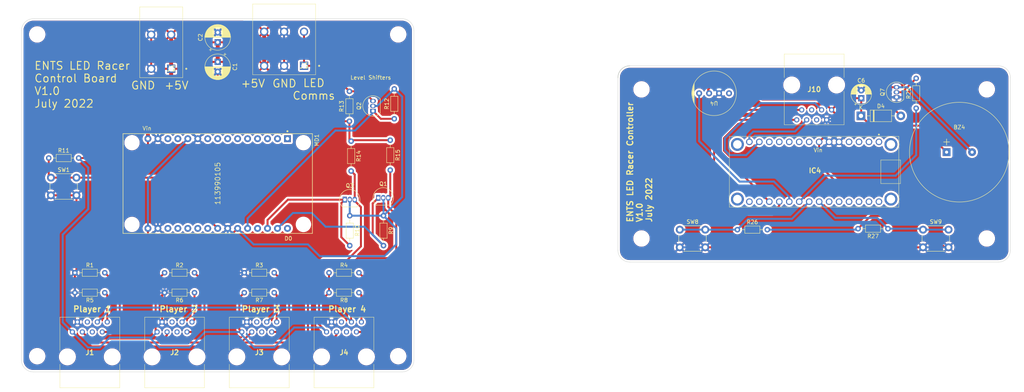
<source format=kicad_pcb>
(kicad_pcb (version 20211014) (generator pcbnew)
  (layers (0 "F.Cu" signal) (31 "B.Cu" signal) (34 "B.Paste" user) (35 "F.Paste" user) (36 "B.SilkS" user "B.Silkscreen") (37 "F.SilkS" user "F.Silkscreen") (38 "B.Mask" user) (39 "F.Mask" user) (44 "Edge.Cuts" user))
  (net 0 "")
  (net 1 "+5V")
  (net 2 "Net-(BZ4-Pad2)")
  (net 3 "GND")
  (net 13 "/Controller3/SDA_HV")
  (net 14 "/Controller3/SCL_HV")
  (net 17 "/Controller3/ID_2")
  (net 18 "/Controller3/ID_1")
  (net 19 "/Controller3/LED_Sig")
  (net 20 "/Controller3/Buzzer")
  (net 21 "/Controller3/Button_1")
  (net 22 "/Controller3/Button_2")
  (net 33 "/SDA_HV")
  (net 36 "/SCL_HV")
  (net 37 "Net-(J1-Pad7)")
  (net 38 "Net-(J1-Pad8)")
  (net 41 "Net-(J2-Pad7)")
  (net 42 "Net-(J2-Pad8)")
  (net 45 "Net-(J3-Pad7)")
  (net 46 "Net-(J3-Pad8)")
  (net 49 "Net-(J4-Pad7)")
  (net 50 "Net-(J4-Pad8)")
  (net 51 "/LED_COMM_HV")
  (net 63 "+3V3")
  (net 71 "/Button")
  (net 72 "/LED_COMM_LV")
  (net 74 "/SDA_LV")
  (net 75 "/SCL_LV")
  (net 77 "Net-(Q7-Pad2)")
  (footprint "Diode_THT:D_DO-41_SOD81_P10.16mm_Horizontal" (layer "F.Cu") (at 231.92 42.75)
    (fp_text reference "D4")
    (fp_text value "D")
  )
  (footprint "Button_Switch_THT:SW_PUSH_6mm" (layer "F.Cu") (at 25.5 58.5)
    (fp_text reference "SW1")
    (fp_text value "SW_Push")
  )
  (footprint "Capacitor_THT:CP_Radial_D6.3mm_P2.50mm" (layer "F.Cu") (at 68 24 90)
    (fp_text reference "C2")
    (fp_text value "C_Polarized")
  )
  (footprint "Button_Switch_THT:SW_PUSH_6mm" (layer "F.Cu") (at 247.75 71.75)
    (fp_text reference "SW9")
    (fp_text value "SW_Push")
  )
  (footprint "MountingHole:MountingHole_3.2mm_M3" (layer "F.Cu") (at 264 36)
    (fp_text reference "REF**" hide)
    (fp_text value "MountingHole_3.2mm_M3")
  )
  (footprint "MountingHole:MountingHole_3.2mm_M3" (layer "F.Cu") (at 114 104)
    (fp_text reference "REF**" hide)
    (fp_text value "MountingHole_3.2mm_M3")
  )
  (footprint "Package_TO_SOT_THT:TO-92_Inline" (layer "F.Cu") (at 241 38 90)
    (fp_text reference "Q7")
    (fp_text value "Q_NPN_EBC")
  )
  (footprint "Resistor_THT:R_Axial_DIN0204_L3.6mm_D1.6mm_P7.62mm_Horizontal" (layer "F.Cu") (at 113 43.5 90)
    (fp_text reference "R12")
    (fp_text value "4.7k")
  )
  (footprint "Resistor_THT:R_Axial_DIN0204_L3.6mm_D1.6mm_P7.62mm_Horizontal" (layer "F.Cu") (at 246 40.81 90)
    (fp_text reference "R25")
    (fp_text value "1.5k")
  )
  (footprint "KiCad:54601908WPLF" (layer "F.Cu") (at 30.965 97.82)
    (fp_text reference "J1")
    (fp_text value "54601-908WPLF" hide)
  )
  (footprint "KiCad:54601908WPLF" (layer "F.Cu") (at 95.735 97.82)
    (fp_text reference "J4")
    (fp_text value "54601-908WPLF" hide)
  )
  (footprint "Resistor_THT:R_Axial_DIN0204_L3.6mm_D1.6mm_P7.62mm_Horizontal" (layer "F.Cu") (at 62.08 87.81 180)
    (fp_text reference "R6")
    (fp_text value "1k")
  )
  (footprint "KiCad:54601908WPLF" (layer "F.Cu") (at 224.445 41.23 180)
    (fp_text reference "J10")
    (fp_text value "54601-908WPLF" hide)
  )
  (footprint "Resistor_THT:R_Axial_DIN0204_L3.6mm_D1.6mm_P7.62mm_Horizontal" (layer "F.Cu") (at 24.94 53.5)
    (fp_text reference "R11")
    (fp_text value "4.7k")
  )
  (footprint "Resistor_THT:R_Axial_DIN0204_L3.6mm_D1.6mm_P7.62mm_Horizontal" (layer "F.Cu") (at 54.46 82.73)
    (fp_text reference "R2")
    (fp_text value "1k")
  )
  (footprint "MountingHole:MountingHole_3.2mm_M3" (layer "F.Cu") (at 22 22)
    (fp_text reference "REF**" hide)
    (fp_text value "MountingHole_3.2mm_M3")
  )
  (footprint "Resistor_THT:R_Axial_DIN0204_L3.6mm_D1.6mm_P7.62mm_Horizontal" (layer "F.Cu") (at 238.81 71.5 180)
    (fp_text reference "R27")
    (fp_text value "4.7k")
  )
  (footprint "Package_TO_SOT_THT:TO-92_Inline" (layer "F.Cu") (at 107.57 41.5 90)
    (fp_text reference "Q2")
    (fp_text value "TN0104N3-G")
  )
  (footprint "Capacitor_THT:CP_Radial_D5.0mm_P2.00mm" (layer "F.Cu") (at 232 38.25 90)
    (fp_text reference "C6")
    (fp_text value "C_Polarized")
  )
  (footprint "1017492:1017492" (layer "F.Cu") (at 90 30 180)
    (fp_text reference "J6")
    (fp_text value "1017492" hide)
  )
  (footprint "Resistor_THT:R_Axial_DIN0204_L3.6mm_D1.6mm_P7.62mm_Horizontal" (layer "F.Cu") (at 96.37 82.73)
    (fp_text reference "R4")
    (fp_text value "1k")
  )
  (footprint "MountingHole:MountingHole_3.2mm_M3" (layer "F.Cu") (at 176 74)
    (fp_text reference "REF**" hide)
    (fp_text value "MountingHole_3.2mm_M3")
  )
  (footprint "MountingHole:MountingHole_3.2mm_M3" (layer "F.Cu") (at 176 36)
    (fp_text reference "REF**" hide)
    (fp_text value "MountingHole_3.2mm_M3")
  )
  (footprint "Metro:2590" (layer "F.Cu") (at 220 57 180)
    (fp_text reference "IC4")
    (fp_text value "2590" hide)
  )
  (footprint "Resistor_THT:R_Axial_DIN0204_L3.6mm_D1.6mm_P7.62mm_Horizontal" (layer "F.Cu") (at 200.44 71.75)
    (fp_text reference "R26")
    (fp_text value "4.7k")
  )
  (footprint "Resistor_THT:R_Axial_DIN0204_L3.6mm_D1.6mm_P7.62mm_Horizontal" (layer "F.Cu") (at 101.57 36.5 -90)
    (fp_text reference "R13")
    (fp_text value "4.7k")
  )
  (footprint "KiCad:54601908WPLF" (layer "F.Cu") (at 74.145 97.82)
    (fp_text reference "J3")
    (fp_text value "54601-908WPLF" hide)
  )
  (footprint "Resistor_THT:R_Axial_DIN0204_L3.6mm_D1.6mm_P7.62mm_Horizontal" (layer "F.Cu") (at 102 49.19 -90)
    (fp_text reference "R14")
    (fp_text value "4.7K")
  )
  (footprint "Capacitor_THT:CP_Radial_D6.3mm_P2.50mm" (layer "F.Cu") (at 68 29 -90)
    (fp_text reference "C1")
    (fp_text value "C_Polarized")
  )
  (footprint "1017491:1017491" (layer "F.Cu") (at 56.135 30.75 180)
    (fp_text reference "J5")
    (fp_text value "1017491" hide)
  )
  (footprint "KiCad:54601908WPLF" (layer "F.Cu") (at 52.555 97.82)
    (fp_text reference "J2")
    (fp_text value "54601-908WPLF" hide)
  )
  (footprint "Resistor_THT:R_Axial_DIN0204_L3.6mm_D1.6mm_P7.62mm_Horizontal" (layer "F.Cu") (at 39.22 87.81 180)
    (fp_text reference "R5")
    (fp_text value "1k")
  )
  (footprint "MountingHole:MountingHole_3.2mm_M3" (layer "F.Cu") (at 114 22)
    (fp_text reference "REF**" hide)
    (fp_text value "MountingHole_3.2mm_M3")
  )
  (footprint "LED_Racer_parts:COM12986" (layer "F.Cu") (at 194.5 37)
    (fp_text reference "U4")
    (fp_text value "COM-12986")
  )
  (footprint "Resistor_THT:R_Axial_DIN0204_L3.6mm_D1.6mm_P7.62mm_Horizontal" (layer "F.Cu") (at 111.97 48.95 -90)
    (fp_text reference "R15")
    (fp_text value "4.7K")
  )
  (footprint "Resistor_THT:R_Axial_DIN0204_L3.6mm_D1.6mm_P7.62mm_Horizontal" (layer "F.Cu") (at 103.99 87.81 180)
    (fp_text reference "R8")
    (fp_text value "1k")
  )
  (footprint "Package_TO_SOT_THT:TO-92_Inline" (layer "F.Cu") (at 108.92 63.65)
    (fp_text reference "Q1")
    (fp_text value "TN0104N3-G")
  )
  (footprint "Button_Switch_THT:SW_PUSH_6mm" (layer "F.Cu") (at 185.75 71.75)
    (fp_text reference "SW8")
    (fp_text value "SW_Push")
  )
  (footprint "LED_Racer_parts:WT1209" (layer "F.Cu") (at 257 52)
    (fp_text reference "BZ4")
    (fp_text value "Buzzer")
  )
  (footprint "Resistor_THT:R_Axial_DIN0204_L3.6mm_D1.6mm_P7.62mm_Horizontal" (layer "F.Cu") (at 110.25 68.19 -90)
    (fp_text reference "R9")
    (fp_text value "4.7K")
  )
  (footprint "MountingHole:MountingHole_3.2mm_M3" (layer "F.Cu") (at 22 104)
    (fp_text reference "REF**" hide)
    (fp_text value "MountingHole_3.2mm_M3")
  )
  (footprint "Package_TO_SOT_THT:TO-92_Inline" (layer "F.Cu") (at 100.38 64.11)
    (fp_text reference "Q3")
    (fp_text value "TN0104N3-G")
  )
  (footprint "Resistor_THT:R_Axial_DIN0204_L3.6mm_D1.6mm_P7.62mm_Horizontal" (layer "F.Cu") (at 74.78 82.73)
    (fp_text reference "R3")
    (fp_text value "1k")
  )
  (footprint "Node:Seeed_Studio-113990105-MFG" (layer "F.Cu") (at 68 60 -90)
    (fp_text reference "MD1")
    (fp_text value "113990105")
  )
  (footprint "Resistor_THT:R_Axial_DIN0204_L3.6mm_D1.6mm_P7.62mm_Horizontal" (layer "F.Cu") (at 82.4 87.81 180)
    (fp_text reference "R7")
    (fp_text value "1k")
  )
  (footprint "MountingHole:MountingHole_3.2mm_M3" (layer "F.Cu") (at 264 74)
    (fp_text reference "REF**" hide)
    (fp_text value "MountingHole_3.2mm_M3")
  )
  (footprint "Resistor_THT:R_Axial_DIN0204_L3.6mm_D1.6mm_P7.62mm_Horizontal" (layer "F.Cu") (at 31.6 82.73)
    (fp_text reference "R1")
    (fp_text value "1k")
  )
  (footprint "Resistor_THT:R_Axial_DIN0204_L3.6mm_D1.6mm_P7.62mm_Horizontal" (layer "F.Cu") (at 101.65 68.19 -90)
    (fp_text reference "R10")
    (fp_text value "4.7K")
  )
  (gr_line (start 267 30) (end 173 30) (layer "Edge.Cuts") (width 0.1))
  (gr_line (start 270 77) (end 270 33) (layer "Edge.Cuts") (width 0.1))
  (gr_arc (start 267 30) (mid 269.12132 30.87868) (end 270 33) (layer "Edge.Cuts") (width 0.1))
  (gr_line (start 18 21) (end 18 105) (layer "Edge.Cuts") (width 0.1))
  (gr_arc locked (start 18 21) (mid 18.87868 18.87868) (end 21 18) (layer "Edge.Cuts") (width 0.1))
  (gr_line (start 115 18) (end 21 18) (layer "Edge.Cuts") (width 0.1))
  (gr_arc (start 21 108) (mid 18.87868 107.12132) (end 18 105) (layer "Edge.Cuts") (width 0.1))
  (gr_arc (start 270 77) (mid 269.12132 79.12132) (end 267 80) (layer "Edge.Cuts") (width 0.1))
  (gr_line (start 170 33) (end 170 77) (layer "Edge.Cuts") (width 0.1))
  (gr_line (start 173 80) (end 267 80) (layer "Edge.Cuts") (width 0.1))
  (gr_line (start 118 105) (end 118 21) (layer "Edge.Cuts") (width 0.1))
  (gr_arc (start 170 33) (mid 170.87868 30.87868) (end 173 30) (layer "Edge.Cuts") (width 0.2))
  (gr_arc (start 118 105) (mid 117.12132 107.12132) (end 115 108) (layer "Edge.Cuts") (width 0.1))
  (gr_arc (start 115 18) (mid 117.12132 18.87868) (end 118 21) (layer "Edge.Cuts") (width 0.1))
  (gr_line (start 21 108) (end 115 108) (layer "Edge.Cuts") (width 0.1))
  (gr_arc (start 173 80) (mid 170.87868 79.12132) (end 170 77) (layer "Edge.Cuts") (width 0.1))
  (gr_text "ENTS LED Racer Controller\nV1.0\nJuly 2022" (at 175.5 70 90) (layer "F.SilkS") (effects (font (size 1.5 1.5) (thickness 0.3)) (justify left)))
  (gr_text "Player 4" (at 101 92) (layer "F.SilkS") (effects (font (size 1.5 1.5) (thickness 0.3))))
  (gr_text "D0" (at 86 74) (layer "F.SilkS") (effects (font (size 1 1))))
  (gr_text "ENTS LED Racer\nControl Board\nV1.0\nJuly 2022" (at 21.15 34.8) (layer "F.SilkS") (effects (font (size 2 2) (thickness 0.25)) (justify left)))
  (gr_text "Player 2" (at 58 92) (layer "F.SilkS") (effects (font (size 1.5 1.5) (thickness 0.3))))
  (gr_text "+5V" (at 57.5 35) (layer "F.SilkS") (effects (font (size 2 2) (thickness 0.25))))
  (gr_text "Player 1" (at 36 92) (layer "F.SilkS") (effects (font (size 1.5 1.5) (thickness 0.3))))
  (gr_text "GND" (at 85 34.5) (layer "F.SilkS") (effects (font (size 2 2) (thickness 0.25))))
  (gr_text "Vin" (at 49.975 45.95) (layer "F.SilkS") (effects (font (size 1 1))))
  (gr_text "Vin" (at 221 51.5) (layer "F.SilkS") (effects (font (size 1 1))))
  (gr_text "Player 3" (at 79 92) (layer "F.SilkS") (effects (font (size 1.5 1.5) (thickness 0.3))))
  (gr_text "GND" (at 49 35) (layer "F.SilkS") (effects (font (size 2 2) (thickness 0.25))))
  (gr_text "+5V" (at 77 34.5) (layer "F.SilkS") (effects (font (size 2 2) (thickness 0.25))))
  (gr_text "Level Shifters" (at 107 33) (layer "F.SilkS") (effects (font (size 1 1))))
  (gr_text "LED\nComms" (at 92.5 36) (layer "F.SilkS") (effects (font (size 2 2) (thickness 0.25))))
  (segment (start 52.179415 97.444415) (end 52.555 97.82) (width 0.5) (layer "F.Cu") (net 1))
  (segment (start 56.16 26.55) (end 56.135 26.525) (width 1) (layer "F.Cu") (net 1))
  (segment (start 96.37 82.73) (end 96.37 87.81) (width 0.5) (layer "F.Cu") (net 1))
  (segment (start 232 42.67) (end 231.92 42.75) (width 0.5) (layer "F.Cu") (net 1))
  (segment (start 50.22 39.28) (end 50.22 48.57) (width 1) (layer "F.Cu") (net 1))
  (segment (start 96.37 87.81) (end 93.83 90.35) (width 0.5) (layer "F.Cu") (net 1))
  (segment (start 225.25 42.035) (end 224.445 41.23) (width 0.5) (layer "F.Cu") (net 1))
  (segment (start 93.83 90.35) (end 93.83 95.915) (width 0.5) (layer "F.Cu") (net 1))
  (segment (start 73.51 97.185) (end 74.145 97.82) (width 0.5) (layer "F.Cu") (net 1))
  (segment (start 52.179415 85.010585) (end 52.179415 97.444415) (width 0.5) (layer "F.Cu") (net 1))
  (segment (start 240.75 68.25) (end 234.44 68.25) (width 0.5) (layer "F.Cu") (net 1))
  (segment (start 56.16 26.55) (end 56.135 26.575) (width 1) (layer "F.Cu") (net 1))
  (segment (start 247 45.25) (end 247.25 45.5) (width 0.5) (layer "F.Cu") (net 1))
  (segment (start 240.75 60.5) (end 242.75 62.5) (width 0.5) (layer "F.Cu") (net 1))
  (segment (start 56.16 26.16) (end 56.135 26.135) (width 0.5) (layer "F.Cu") (net 1))
  (segment (start 234.42 45.25) (end 247 45.25) (width 0.5) (layer "F.Cu") (net 1))
  (segment (start 101.57 44.12) (end 101.57 48.76) (width 0.5) (layer "F.Cu") (net 1))
  (segment (start 56.135 33.365) (end 50.22 39.28) (width 1) (layer "F.Cu") (net 1))
  (segment (start 32.56 53.5) (end 47 53.5) (width 0.5) (layer "F.Cu") (net 1))
  (segment (start 74.78 87.81) (end 73.51 89.08) (width 0.5) (layer "F.Cu") (net 1))
  (segment (start 79.84 26.55) (end 79.84 21.3) (width 1) (layer "F.Cu") (net 1))
  (segment (start 242.75 66.25) (end 240.75 68.25) (width 0.5) (layer "F.Cu") (net 1))
  (segment (start 206.85 38.6) (end 203.5 35.25) (width 0.5) (layer "F.Cu") (net 1))
  (segment (start 247.25 45.5) (end 253.75 52) (width 0.5) (layer "F.Cu") (net 1))
  (segment (start 111.97 48.95) (end 102.24 48.95) (width 0.5) (layer "F.Cu") (net 1))
  (segment (start 234.44 68.25) (end 231.19 71.5) (width 0.5) (layer "F.Cu") (net 1))
  (segment (start 93.96 44.12) (end 79.84 30) (width 0.5) (layer "F.Cu") (net 1))
  (segment (start 50.22 50.28) (end 50.22 48.57) (width 0.5) (layer "F.Cu") (net 1))
  (segment (start 101.57 48.76) (end 102 49.19) (width 0.5) (layer "F.Cu") (net 1))
  (segment (start 225.25 45.4) (end 225.25 42.035) (width 0.5) (layer "F.Cu") (net 1))
  (segment (start 242.75 62.5) (end 242.75 66.25) (width 0.5) (layer "F.Cu") (net 1))
  (segment (start 193.75 35.25) (end 193 36) (width 0.5) (layer "F.Cu") (net 1))
  (segment (start 221.27 49.38) (end 225.25 45.4) (width 0.5) (layer "F.Cu") (net 1))
  (segment (start 79.84 26.55) (end 79.84 30) (width 1) (layer "F.Cu") (net 1))
  (segment (start 56.135 26.525) (end 56.135 22.05) (width 1) (layer "F.Cu") (net 1))
  (segment (start 232 38.25) (end 232 42.67) (width 0.5) (layer "F.Cu") (net 1))
  (segment (start 203.5 35.25) (end 193.75 35.25) (width 0.5) (layer "F.Cu") (net 1))
  (segment (start 221.27 49.38) (end 221.27 55.27) (width 0.5) (layer "F.Cu") (net 1))
  (segment (start 56.135 26.575) (end 56.135 30.75) (width 1) (layer "F.Cu") (net 1))
  (segment (start 221.27 55.27) (end 226.5 60.5) (width 0.5) (layer "F.Cu") (net 1))
  (segment (start 226.5 60.5) (end 240.75 60.5) (width 0.5) (layer "F.Cu") (net 1))
  (segment (start 93.83 95.915) (end 95.735 97.82) (width 0.5) (layer "F.Cu") (net 1))
  (segment (start 224.445 41.23) (end 227.425 38.25) (width 0.5) (layer "F.Cu") (net 1))
  (segment (start 101.57 44.12) (end 93.96 44.12) (width 0.5) (layer "F.Cu") (net 1))
  (segment (start 79.84 26.55) (end 56.16 26.55) (width 1) (layer "F.Cu") (net 1))
  (segment (start 102.24 48.95) (end 102 49.19) (width 0.5) (layer "F.Cu") (net 1))
  (segment (start 54.46 82.73) (end 52.179415 85.010585) (width 0.5) (layer "F.Cu") (net 1))
  (segment (start 68 24.02) (end 68 29) (width 1) (layer "F.Cu") (net 1))
  (segment (start 221.815 38.6) (end 206.85 38.6) (width 0.5) (layer "F.Cu") (net 1))
  (segment (start 193 36.77) (end 193.23 37) (width 0.5) (layer "F.Cu") (net 1))
  (segment (start 47 53.5) (end 50.22 50.28) (width 0.5) (layer "F.Cu") (net 1))
  (segment (start 231.92 42.75) (end 234.42 45.25) (width 0.5) (layer "F.Cu") (net 1))
  (segment (start 73.51 89.08) (end 73.51 97.185) (width 0.5) (layer "F.Cu") (net 1))
  (segment (start 227.425 38.25) (end 232 38.25) (width 0.5) (layer "F.Cu") (net 1))
  (segment (start 56.135 30.75) (end 56.135 33.365) (width 1) (layer "F.Cu") (net 1))
  (segment (start 224.445 41.23) (end 221.815 38.6) (width 0.5) (layer "F.Cu") (net 1))
  (segment (start 193 36) (end 193 36.77) (width 0.5) (layer "F.Cu") (net 1))
  (segment (start 82.4 101.78) (end 77.32 101.78) (width 0.5) (layer "B.Cu") (net 1))
  (segment (start 77.32 101.78) (end 74.145 98.605) (width 0.5) (layer "B.Cu") (net 1))
  (segment (start 230.94 71.75) (end 231.19 71.5) (width 0.5) (layer "B.Cu") (net 1))
  (segment (start 51.135 99.24) (end 40.49 99.24) (width 0.5) (layer "B.Cu") (net 1))
  (segment (start 35 55.94) (end 32.56 53.5) (width 0.5) (layer "B.Cu") (net 1))
  (segment (start 35 66.5) (end 35 55.94) (width 0.5) (layer "B.Cu") (net 1))
  (segment (start 37.95 101.78) (end 34.925 101.78) (width 0.5) (layer "B.Cu") (net 1))
  (segment (start 34.925 101.78) (end 30.965 97.82) (width 0.5) (layer "B.Cu") (net 1))
  (segment (start 28.5 73) (end 35 66.5) (width 0.5) (layer "B.Cu") (net 1))
  (segment (start 40.49 99.24) (end 37.95 101.78) (width 0.5) (layer "B.Cu") (net 1))
  (segment (start 28.5 95.355) (end 28.5 73) (width 0.5) (layer "B.Cu") (net 1))
  (segment (start 64.77 97.82) (end 60.81 101.78) (width 0.5) (layer "B.Cu") (net 1))
  (segment (start 74.145 98.605) (end 74.145 97.82) (width 0.5) (layer "B.Cu") (net 1))
  (segment (start 53.19 101.78) (end 50.65 99.24) (width 0.5) (layer "B.Cu") (net 1))
  (segment (start 60.81 101.78) (end 53.19 101.78) (width 0.5) (layer "B.Cu") (net 1))
  (segment (start 74.145 97.82) (end 64.77 97.82) (width 0.5) (layer "B.Cu") (net 1))
  (segment (start 95.735 97.82) (end 94.615 96.7) (width 0.5) (layer "B.Cu") (net 1))
  (segment (start 94.615 96.7) (end 87.48 96.7) (width 0.5) (layer "B.Cu") (net 1))
  (segment (start 30.965 97.82) (end 28.5 95.355) (width 0.5) (layer "B.Cu") (net 1))
  (segment (start 208.06 71.75) (end 230.94 71.75) (width 0.5) (layer "B.Cu") (net 1))
  (segment (start 87.48 96.7) (end 82.4 101.78) (width 0.5) (layer "B.Cu") (net 1))
  (segment (start 52.555 97.82) (end 51.135 99.24) (width 0.5) (layer "B.Cu") (net 1))
  (segment (start 238.5 36.75) (end 239.79 35.46) (width 0.5) (layer "F.Cu") (net 2))
  (segment (start 239.79 35.46) (end 241 35.46) (width 0.5) (layer "F.Cu") (net 2))
  (segment (start 238.5 39.17) (end 238.5 36.75) (width 0.5) (layer "F.Cu") (net 2))
  (segment (start 242.08 42.75) (end 238.5 39.17) (width 0.5) (layer "F.Cu") (net 2))
  (segment (start 241 35.46) (end 243.71 35.46) (width 0.5) (layer "B.Cu") (net 2))
  (segment (start 243.71 35.46) (end 260.25 52) (width 0.5) (layer "B.Cu") (net 2))
  (segment (start 241.75 56.75) (end 250.75 65.75) (width 0.5) (layer "F.Cu") (net 3))
  (segment (start 192.25 76.25) (end 247.75 76.25) (width 0.5) (layer "F.Cu") (net 3))
  (segment (start 31.6 87.81) (end 31.6 82.73) (width 0.5) (layer "F.Cu") (net 3))
  (segment (start 31.6 94.645) (end 31.6 87.81) (width 0.5) (layer "F.Cu") (net 3))
  (segment (start 32 82.33) (end 31.6 82.73) (width 0.5) (layer "F.Cu") (net 3))
  (segment (start 62.92 48.57) (end 68 43.49) (width 0.5) (layer "F.Cu") (net 3))
  (segment (start 233.72 56.75) (end 241.75 56.75) (width 0.5) (layer "F.Cu") (net 3))
  (segment (start 25.5 63) (end 32 63) (width 0.5) (layer "F.Cu") (net 3))
  (segment (start 54.46 87.81) (end 53.825 88.445) (width 0.5) (layer "F.Cu") (net 3))
  (segment (start 53.825 88.445) (end 53.825 95.28) (width 0.5) (layer "F.Cu") (net 3))
  (segment (start 51.055 22.05) (end 51.055 30.75) (width 0.5) (layer "F.Cu") (net 3))
  (segment (start 32.235 95.28) (end 31.6 94.645) (width 0.5) (layer "F.Cu") (net 3))
  (segment (start 74.78 82.73) (end 77.32 85.27) (width 0.5) (layer "F.Cu") (net 3))
  (segment (start 250.75 65.75) (end 250.75 73.75) (width 0.5) (layer "F.Cu") (net 3))
  (segment (start 77.32 93.375) (end 75.415 95.28) (width 0.5) (layer "F.Cu") (net 3))
  (segment (start 68 43.49) (end 68 31.5) (width 0.5) (layer "F.Cu") (net 3))
  (segment (start 253.25 76.25) (end 254.25 76.25) (width 0.5) (layer "F.Cu") (net 3))
  (segment (start 32 63) (end 32 82.33) (width 0.5) (layer "F.Cu") (net 3))
  (segment (start 250.75 73.75) (end 253.25 76.25) (width 0.5) (layer "F.Cu") (net 3))
  (segment (start 77.32 85.27) (end 77.32 93.375) (width 0.5) (layer "F.Cu") (net 3))
  (segment (start 84.92 21.3) (end 84.92 30) (width 0.5) (layer "F.Cu") (net 3))
  (segment (start 226.35 49.38) (end 233.72 56.75) (width 0.5) (layer "F.Cu") (net 3))
  (segment (start 203.75 39.25) (end 205.25 37.75) (width 0.5) (layer "B.Cu") (net 3))
  (segment (start 83.15 25.3) (end 84.92 23.53) (width 0.5) (layer "B.Cu") (net 3))
  (segment (start 71.8 25.3) (end 83.15 25.3) (width 0.5) (layer "B.Cu") (net 3))
  (segment (start 70.54 78.49) (end 74.78 82.73) (width 0.5) (layer "B.Cu") (net 3))
  (segment (start 68 21.5) (end 71.8 25.3) (width 0.5) (layer "B.Cu") (net 3))
  (segment (start 223.175 43.77) (end 223.175 46.205) (width 0.5) (layer "B.Cu") (net 3))
  (segment (start 45.27 78.92) (end 36.08 78.92) (width 0.5) (layer "B.Cu") (net 3))
  (segment (start 224 37.75) (end 226.25 40) (width 0.5) (layer "B.Cu") (net 3))
  (segment (start 223.175 43.77) (end 223.175 48.745) (width 0.5) (layer "B.Cu") (net 3))
  (segment (start 195.77 37) (end 198.02 39.25) (width 0.5) (layer "B.Cu") (net 3))
  (segment (start 223.175 48.745) (end 223.81 49.38) (width 0.5) (layer "B.Cu") (net 3))
  (segment (start 226.25 40) (end 226.25 42.25) (width 0.5) (layer "B.Cu") (net 3))
  (segment (start 65.076827 84) (end 64.62 84) (width 0.5) (layer "B.Cu") (net 3))
  (segment (start 63.35 85.27) (end 57 85.27) (width 0.5) (layer "B.Cu") (net 3))
  (segment (start 74.78 82.73) (end 66.346827 82.73) (width 0.5) (layer "B.Cu") (net 3))
  (segment (start 68 21.5) (end 66 19.5) (width 0.5) (layer "B.Cu") (net 3))
  (segment (start 52.76 71.43) (end 45.27 78.92) (width 0.5) (layer "B.Cu") (net 3))
  (segment (start 59.35 45) (end 55 45) (width 0.5) (layer "B.Cu") (net 3))
  (segment (start 52.76 47.24) (end 52.76 48.57) (width 0.5) (layer "B.Cu") (net 3))
  (segment (start 66.346827 82.73) (end 65.076827 84) (width 0.5) (layer "B.Cu") (net 3))
  (segment (start 66 19.5) (end 53.605 19.5) (width 0.5) (layer "B.Cu") (net 3))
  (segment (start 62.92 48.57) (end 58 53.49) (width 0.5) (layer "B.Cu") (net 3))
  (segment (start 57 85.27) (end 54.46 87.81) (width 0.5) (layer "B.Cu") (net 3))
  (segment (start 53.605 19.5) (end 51.055 22.05) (width 0.5) (layer "B.Cu") (net 3))
  (segment (start 198.02 39.25) (end 203.75 39.25) (width 0.5) (layer "B.Cu") (net 3))
  (segment (start 232 36.25) (end 234.25 36.25) (width 0.5) (layer "B.Cu") (net 3))
  (segment (start 70.54 71.43) (end 70.54 78.49) (width 0.5) (layer "B.Cu") (net 3))
  (segment (start 58 54) (end 52.76 59.24) (width 0.5) (layer "B.Cu") (net 3))
  (segment (start 45.57 78.92) (end 54.46 87.81) (width 0.5) (layer "B.Cu") (net 3))
  (segment (start 52.76 59.24) (end 52.76 71.43) (width 0.5) (layer "B.Cu") (net 3))
  (segment (start 55 45) (end 52.76 47.24) (width 0.5) (layer "B.Cu") (net 3))
  (segment (start 224.73 43.77) (end 223.175 43.77) (width 0.5) (layer "B.Cu") (net 3))
  (segment (start 84.92 23.53) (end 84.92 21.3) (width 0.5) (layer "B.Cu") (net 3))
  (segment (start 185.75 76.25) (end 192.25 76.25) (width 0.5) (layer "B.Cu") (net 3))
  (segment (start 234.25 36.25) (end 236 38) (width 0.5) (layer "B.Cu") (net 3))
  (segment (start 230 36.25) (end 232 36.25) (width 0.5) (layer "B.Cu") (net 3))
  (segment (start 64.62 84) (end 63.35 85.27) (width 0.5) (layer "B.Cu") (net 3))
  (segment (start 31.6 82.73) (end 35.41 78.92) (width 0.5) (layer "B.Cu") (net 3))
  (segment (start 247.75 76.25) (end 254.25 76.25) (width 0.5) (layer "B.Cu") (net 3))
  (segment (start 223.175 46.205) (end 226.35 49.38) (width 0.5) (layer "B.Cu") (net 3))
  (segment (start 226.25 40) (end 230 36.25) (width 0.5) (layer "B.Cu") (net 3))
  (segment (start 205.25 37.75) (end 224 37.75) (width 0.5) (layer "B.Cu") (net 3))
  (segment (start 62.92 48.57) (end 59.35 45) (width 0.5) (layer "B.Cu") (net 3))
  (segment (start 36.08 78.92) (end 45.57 78.92) (width 0.5) (layer "B.Cu") (net 3))
  (segment (start 58 53.49) (end 58 54) (width 0.5) (layer "B.Cu") (net 3))
  (segment (start 35.41 78.92) (end 36.08 78.92) (width 0.5) (layer "B.Cu") (net 3))
  (segment (start 226.25 42.25) (end 224.73 43.77) (width 0.5) (layer "B.Cu") (net 3))
  (segment (start 236 38) (end 241 38) (width 0.5) (layer "B.Cu") (net 3))
  (segment (start 198.5 52.75) (end 202.66 52.75) (width 0.5) (layer "B.Cu") (net 13))
  (segment (start 221.905 41.23) (end 220.175 39.5) (width 0.5) (layer "B.Cu") (net 13))
  (segment (start 197.25 48.5) (end 197.25 51.5) (width 0.5) (layer "B.Cu") (net 13))
  (segment (start 202.66 52.75) (end 206.03 49.38) (width 0.5) (layer "B.Cu") (net 13))
  (segment (start 220.175 39.5) (end 206.25 39.5) (width 0.5) (layer "B.Cu") (net 13))
  (segment (start 206.25 39.5) (end 197.25 48.5) (width 0.5) (layer "B.Cu") (net 13))
  (segment (start 197.25 51.5) (end 198.5 52.75) (width 0.5) (layer "B.Cu") (net 13))
  (segment (start 203.49 47.76) (end 203.49 49.38) (width 0.5) (layer "B.Cu") (net 14))
  (segment (start 218.095 43.77) (end 215.115 46.75) (width 0.5) (layer "B.Cu") (net 14))
  (segment (start 204.5 46.75) (end 203.49 47.76) (width 0.5) (layer "B.Cu") (net 14))
  (segment (start 215.115 46.75) (end 204.5 46.75) (width 0.5) (layer "B.Cu") (net 14))
  (segment (start 200.23 43.77) (end 196 48) (width 0.5) (layer "F.Cu") (net 17))
  (segment (start 196 52.05) (end 208.57 64.62) (width 0.5) (layer "F.Cu") (net 17))
  (segment (start 196 48) (end 196 52.05) (width 0.5) (layer "F.Cu") (net 17))
  (segment (start 215.555 43.77) (end 200.23 43.77) (width 0.5) (layer "F.Cu") (net 17))
  (segment (start 211.11 65.64) (end 211.11 64.62) (width 0.5) (layer "F.Cu") (net 18))
  (segment (start 194.5 46.75) (end 194.5 64.25) (width 0.5) (layer "F.Cu") (net 18))
  (segment (start 200.02 41.23) (end 194.5 46.75) (width 0.5) (layer "F.Cu") (net 18))
  (segment (start 197.75 67.5) (end 209.25 67.5) (width 0.5) (layer "F.Cu") (net 18))
  (segment (start 194.5 64.25) (end 197.75 67.5) (width 0.5) (layer "F.Cu") (net 18))
  (segment (start 216.825 41.23) (end 200.02 41.23) (width 0.5) (layer "F.Cu") (net 18))
  (segment (start 209.25 67.5) (end 211.11 65.64) (width 0.5) (layer "F.Cu") (net 18))
  (segment (start 190.69 37) (end 190.69 49.19) (width 0.5) (layer "B.Cu") (net 19))
  (segment (start 190.69 49.19) (end 201 59.5) (width 0.5) (layer "B.Cu") (net 19))
  (segment (start 201 59.5) (end 209.75 59.5) (width 0.5) (layer "B.Cu") (net 19))
  (segment (start 209.75 59.5) (end 213.65 63.4) (width 0.5) (layer "B.Cu") (net 19))
  (segment (start 213.65 63.4) (end 213.65 64.62) (width 0.5) (layer "B.Cu") (net 19))
  (segment (start 246 52.75) (end 240.75 58) (width 0.5) (layer "B.Cu") (net 20))
  (segment (start 240.75 58) (end 222.75 58) (width 0.5) (layer "B.Cu") (net 20))
  (segment (start 246 40.81) (end 246 52.75) (width 0.5) (layer "B.Cu") (net 20))
  (segment (start 222.75 58.06) (end 216.19 64.62) (width 0.5) (layer "B.Cu") (net 20))
  (segment (start 222.75 58) (end 222.75 58.06) (width 0.5) (layer "B.Cu") (net 20))
  (segment (start 218.73 64.62) (end 214.35 69) (width 0.5) (layer "B.Cu") (net 21))
  (segment (start 185.75 71.75) (end 192.25 71.75) (width 0.5) (layer "B.Cu") (net 21))
  (segment (start 203.19 69) (end 200.44 71.75) (width 0.5) (layer "B.Cu") (net 21))
  (segment (start 214.35 69) (end 203.19 69) (width 0.5) (layer "B.Cu") (net 21))
  (segment (start 200.44 71.75) (end 192.25 71.75) (width 0.5) (layer "B.Cu") (net 21))
  (segment (start 247.5 71.5) (end 247.75 71.75) (width 0.5) (layer "B.Cu") (net 22))
  (segment (start 247.75 71.75) (end 254.25 71.75) (width 0.5) (layer "B.Cu") (net 22))
  (segment (start 236.06 68.75) (end 238.81 71.5) (width 0.5) (layer "B.Cu") (net 22))
  (segment (start 238.81 71.5) (end 247.5 71.5) (width 0.5) (layer "B.Cu") (net 22))
  (segment (start 221.27 64.62) (end 225.4 68.75) (width 0.5) (layer "B.Cu") (net 22))
  (segment (start 225.4 68.75) (end 236.06 68.75) (width 0.5) (layer "B.Cu") (net 22))
  (segment (start 76.685 97.82) (end 73.995 100.51) (width 0.5) (layer "F.Cu") (net 33))
  (segment (start 73.51 100.51) (end 53.19 100.51) (width 0.5) (layer "F.Cu") (net 33))
  (segment (start 91 99.52) (end 91.99 100.51) (width 0.5) (layer "F.Cu") (net 33))
  (segment (start 33.505 97.82) (end 36.195 100.51) (width 0.5) (layer "F.Cu") (net 33))
  (segment (start 98.275 97.82) (end 98.275 98.605) (width 0.5) (layer "F.Cu") (net 33))
  (segment (start 102.92 57.73) (end 102.92 64.11) (width 0.5) (layer "F.Cu") (net 33))
  (segment (start 91.99 100.51) (end 73.51 100.51) (width 0.5) (layer "F.Cu") (net 33))
  (segment (start 104.5 66) (end 104.5 76) (width 0.5) (layer "F.Cu") (net 33))
  (segment (start 95 79.5) (end 91 83.5) (width 0.5) (layer "F.Cu") (net 33))
  (segment (start 73.995 100.51) (end 73.51 100.51) (width 0.5) (layer "F.Cu") (net 33))
  (segment (start 55.095 98.605) (end 55.095 97.82) (width 0.5) (layer "F.Cu") (net 33))
  (segment (start 104.5 76) (end 101 79.5) (width 0.5) (layer "F.Cu") (net 33))
  (segment (start 96.37 100.51) (end 93.83 100.51) (width 0.5) (layer "F.Cu") (net 33))
  (segment (start 102 56.81) (end 102.92 57.73) (width 0.5) (layer "F.Cu") (net 33))
  (segment (start 102.92 64.11) (end 102.92 64.42) (width 0.5) (layer "F.Cu") (net 33))
  (segment (start 53.19 100.51) (end 55.095 98.605) (width 0.5) (layer "F.Cu") (net 33))
  (segment (start 36.195 100.51) (end 53.19 100.51) (width 0.5) (layer "F.Cu") (net 33))
  (segment (start 91 83.5) (end 91 99.52) (width 0.5) (layer "F.Cu") (net 33))
  (segment (start 98.275 98.605) (end 96.37 100.51) (width 0.5) (layer "F.Cu") (net 33))
  (segment (start 101 79.5) (end 95 79.5) (width 0.5) (layer "F.Cu") (net 33))
  (segment (start 102.92 64.42) (end 104.5 66) (width 0.5) (layer "F.Cu") (net 33))
  (segment (start 93.83 100.51) (end 91.99 100.51) (width 0.5) (layer "F.Cu") (net 33))
  (segment (start 111.46 63.65) (end 111.46 65.96) (width 0.5) (layer "F.Cu") (net 36))
  (segment (start 113.5 77) (end 111.5 79) (width 0.5) (layer "F.Cu") (net 36))
  (segment (start 103.67 79) (end 102 80.67) (width 0.5) (layer "F.Cu") (net 36))
  (segment (start 111.46 65.96) (end 113.5 68) (width 0.5) (layer "F.Cu") (net 36))
  (segment (start 102 80.67) (end 102 95.195) (width 0.5) (layer "F.Cu") (net 36))
  (segment (start 113.5 68) (end 113.5 77) (width 0.5) (layer "F.Cu") (net 36))
  (segment (start 111.97 63.14) (end 111.46 63.65) (width 0.5) (layer "F.Cu") (net 36))
  (segment (start 111.97 56.57) (end 111.97 63.14) (width 0.5) (layer "F.Cu") (net 36))
  (segment (start 102 95.195) (end 102.085 95.28) (width 0.5) (layer "F.Cu") (net 36))
  (segment (start 111.5 79) (end 103.67 79) (width 0.5) (layer "F.Cu") (net 36))
  (segment (start 58.905 95.28) (end 62.565 91.62) (width 0.5) (layer "B.Cu") (net 36))
  (segment (start 37.315 95.28) (end 40.975 91.62) (width 0.5) (layer "B.Cu") (net 36))
  (segment (start 84.155 91.62) (end 80.495 95.28) (width 0.5) (layer "B.Cu") (net 36))
  (segment (start 102.085 95.28) (end 98.425 91.62) (width 0.5) (layer "B.Cu") (net 36))
  (segment (start 40.975 91.62) (end 62.565 91.62) (width 0.5) (layer "B.Cu") (net 36))
  (segment (start 98.425 91.62) (end 84.155 91.62) (width 0.5) (layer "B.Cu") (net 36))
  (segment (start 62.565 91.62) (end 84.155 91.62) (width 0.5) (layer "B.Cu") (net 36))
  (segment (start 40.64 97.82) (end 38.585 97.82) (width 0.5) (layer "F.Cu") (net 37))
  (segment (start 43.03 86.54) (end 43.03 95.43) (width 0.5) (layer "F.Cu") (net 37))
  (segment (start 39.22 82.73) (end 43.03 86.54) (width 0.5) (layer "F.Cu") (net 37))
  (segment (start 43.03 95.43) (end 40.64 97.82) (width 0.5) (layer "F.Cu") (net 37))
  (segment (start 39.22 87.81) (end 39.855 88.445) (width 0.5) (layer "F.Cu") (net 38))
  (segment (start 39.855 88.445) (end 39.855 95.28) (width 0.5) (layer "F.Cu") (net 38))
  (segment (start 62.23 97.82) (end 60.175 97.82) (width 0.5) (layer "F.Cu") (net 41))
  (segment (start 64.62 95.43) (end 62.23 97.82) (width 0.5) (layer "F.Cu") (net 41))
  (segment (start 62.08 82.73) (end 64.62 85.27) (width 0.5) (layer "F.Cu") (net 41))
  (segment (start 64.62 85.27) (end 64.62 95.43) (width 0.5) (layer "F.Cu") (net 41))
  (segment (start 62.08 94.645) (end 61.445 95.28) (width 0.5) (layer "F.Cu") (net 42))
  (segment (start 62.08 87.81) (end 62.08 94.645) (width 0.5) (layer "F.Cu") (net 42))
  (segment (start 82.4 82.73) (end 86.21 86.54) (width 0.5) (layer "F.Cu") (net 45))
  (segment (start 83.82 97.82) (end 81.765 97.82) (width 0.5) (layer "F.Cu") (net 45))
  (segment (start 86.21 95.43) (end 83.82 97.82) (width 0.5) (layer "F.Cu") (net 45))
  (segment (start 86.21 86.54) (end 86.21 95.43) (width 0.5) (layer "F.Cu") (net 45))
  (segment (start 82.4 87.81) (end 83.035 88.445) (width 0.5) (layer "F.Cu") (net 46))
  (segment (start 83.035 88.445) (end 83.035 95.28) (width 0.5) (layer "F.Cu") (net 46))
  (segment (start 105.41 97.82) (end 103.355 97.82) (width 0.5) (layer "F.Cu") (net 49))
  (segment (start 107.8 95.43) (end 105.41 97.82) (width 0.5) (layer "F.Cu") (net 49))
  (segment (start 103.99 82.73) (end 107.8 86.54) (width 0.5) (layer "F.Cu") (net 49))
  (segment (start 107.8 86.54) (end 107.8 95.43) (width 0.5) (layer "F.Cu") (net 49))
  (segment (start 103.99 87.81) (end 104.625 88.445) (width 0.5) (layer "F.Cu") (net 50))
  (segment (start 104.625 88.445) (end 104.625 95.28) (width 0.5) (layer "F.Cu") (net 50))
  (segment (start 95.07 30) (end 101.57 36.5) (width 0.5) (layer "F.Cu") (net 51))
  (segment (start 90 30) (end 95.07 30) (width 0.5) (layer "F.Cu") (net 51))
  (segment (start 90 21.3) (end 90 30) (width 0.5) (layer "F.Cu") (net 51))
  (segment (start 107.57 38.96) (end 105.11 36.5) (width 0.5) (layer "F.Cu") (net 51))
  (segment (start 105.11 36.5) (end 101.57 36.5) (width 0.5) (layer "F.Cu") (net 51))
  (segment (start 51.5 74.5) (end 70.01 74.5) (width 0.5) (layer "F.Cu") (net 63))
  (segment (start 50.22 73.22) (end 51.5 74.5) (width 0.5) (layer "F.Cu") (net 63))
  (segment (start 50.22 71.43) (end 50.22 73.22) (width 0.5) (layer "F.Cu") (net 63))
  (segment (start 70.01 74.5) (end 73.08 71.43) (width 0.5) (layer "F.Cu") (net 63))
  (segment (start 110.25 63.71) (end 110.19 63.65) (width 0.5) (layer "F.Cu") (net 63))
  (segment (start 108.65 40.23) (end 107.57 40.23) (width 0.5) (layer "B.Cu") (net 63))
  (segment (start 113.5 71.44) (end 110.25 68.19) (width 0.5) (layer "B.Cu") (net 63))
  (segment (start 115 63.44) (end 110.25 68.19) (width 0.5) (layer "B.Cu") (net 63))
  (segment (start 77.15 75.5) (end 91 75.5) (width 0.5) (layer "B.Cu") (net 63))
  (segment (start 50.22 58.73) (end 60.38 48.57) (width 0.5) (layer "B.Cu") (net 63))
  (segment (start 110.25 68.19) (end 101.65 68.19) (width 0.5) (layer "B.Cu") (net 63))
  (segment (start 113 35.88) (end 108.65 40.23) (width 0.5) (layer "B.Cu") (net 63))
  (segment (start 101.65 64.11) (end 101.65 68.19) (width 0.5) (layer "B.Cu") (net 63))
  (segment (start 115 37.88) (end 115 63.44) (width 0.5) (layer "B.Cu") (net 63))
  (segment (start 113.5 75.5) (end 113.5 71.44) (width 0.5) (layer "B.Cu") (net 63))
  (segment (start 50.22 71.43) (end 50.22 58.73) (width 0.5) (layer "B.Cu") (net 63))
  (segment (start 91 75.5) (end 94 78.5) (width 0.5) (layer "B.Cu") (net 63))
  (segment (start 113 35.88) (end 115 37.88) (width 0.5) (layer "B.Cu") (net 63))
  (segment (start 110.25 68.19) (end 110.25 63.71) (width 0.5) (layer "B.Cu") (net 63))
  (segment (start 94 78.5) (end 110.5 78.5) (width 0.5) (layer "B.Cu") (net 63))
  (segment (start 73.08 71.43) (end 77.15 75.5) (width 0.5) (layer "B.Cu") (net 63))
  (segment (start 110.5 78.5) (end 113.5 75.5) (width 0.5) (layer "B.Cu") (net 63))
  (segment (start 110.25 63.71) (end 110.19 63.65) (width 0.5) (layer "B.Cu") (net 63))
  (segment (start 55.07 58.5) (end 68 71.43) (width 0.5) (layer "F.Cu") (net 71))
  (segment (start 32 58.5) (end 55.07 58.5) (width 0.5) (layer "F.Cu") (net 71))
  (segment (start 25.5 58.5) (end 32 58.5) (width 0.5) (layer "F.Cu") (net 71))
  (segment (start 24.94 57.94) (end 25.5 58.5) (width 0.5) (layer "F.Cu") (net 71))
  (segment (start 24.94 53.5) (end 24.94 57.94) (width 0.5) (layer "F.Cu") (net 71))
  (segment (start 107.57 41.5) (end 109.57 43.5) (width 0.5) (layer "F.Cu") (net 72))
  (segment (start 109.57 43.5) (end 113 43.5) (width 0.5) (layer "F.Cu") (net 72))
  (segment (start 107.57 41.93) (end 103 46.5) (width 0.5) (layer "B.Cu") (net 72))
  (segment (start 103 46.5) (end 98 46.5) (width 0.5) (layer "B.Cu") (net 72))
  (segment (start 107.57 41.5) (end 107.57 41.93) (width 0.5) (layer "B.Cu") (net 72))
  (segment (start 75.62 68.88) (end 75.62 71.43) (width 0.5) (layer "B.Cu") (net 72))
  (segment (start 98 46.5) (end 75.62 68.88) (width 0.5) (layer "B.Cu") (net 72))
  (segment (start 99.5 64.99) (end 99.5 73.66) (width 0.5) (layer "F.Cu") (net 74))
  (segment (start 100.38 64.38) (end 100.5 64.5) (width 0.5) (layer "F.Cu") (net 74))
  (segment (start 100.38 64.11) (end 99.5 64.99) (width 0.5) (layer "F.Cu") (net 74))
  (segment (start 100.38 64.11) (end 100.38 64.38) (width 0.5) (layer "F.Cu") (net 74))
  (segment (start 99.5 73.66) (end 101.65 75.81) (width 0.5) (layer "F.Cu") (net 74))
  (segment (start 85.89 64.11) (end 100.38 64.11) (width 0.5) (layer "F.Cu") (net 74))
  (segment (start 80.7 69.3) (end 85.89 64.11) (width 0.5) (layer "F.Cu") (net 74))
  (segment (start 80.7 71.43) (end 80.7 69.3) (width 0.5) (layer "F.Cu") (net 74))
  (segment locked (start 107.5 73.06) (end 110.25 75.81) (width 0.5) (layer "F.Cu") (net 75))
  (segment (start 108.92 63.65) (end 107.5 65.07) (width 0.5) (layer "F.Cu") (net 75))
  (segment (start 107.5 65.07) (end 107.5 73.06) (width 0.5) (layer "F.Cu") (net 75))
  (segment (start 110.25 75.81) (end 105.44 71) (width 0.5) (layer "B.Cu") (net 75))
  (segment (start 105.44 71) (end 95.5 71) (width 0.5) (layer "B.Cu") (net 75))
  (segment (start 87.17 67.5) (end 83.24 71.43) (width 0.5) (layer "B.Cu") (net 75))
  (segment (start 95.5 71) (end 92 67.5) (width 0.5) (layer "B.Cu") (net 75))
  (segment (start 92 67.5) (end 87.17 67.5) (width 0.5) (layer "B.Cu") (net 75))
  (segment (start 241 36.73) (end 242.46 36.73) (width 0.5) (layer "F.Cu") (net 77))
  (segment (start 242.46 36.73) (end 246 33.19) (width 0.5) (layer "F.Cu") (net 77))
  (zone (net 3) (net_name "GND") (layer "F.Cu") (priority 1) (connect_pads (clearance 0.508)) (min_thickness 0.254) (fill yes (thermal_gap 0.508) (thermal_bridge_width 0.508))
    (polygon (pts (arc (start 18.075 20.875) (mid 18.95368 18.75368) (end 21.075 17.875)) (arc (start 115.075 17.875) (mid 117.19632 18.75368) (end 118.075 20.875)) (arc (start 118.075 104.875) (mid 117.19632 106.99632) (end 115.075 107.875)) (arc (start 21.075 107.875) (mid 18.95368 106.99632) (end 18.075 104.875))))
  )
  (zone (net 3) (net_name "GND") (layer "F.Cu") (connect_pads (clearance 0.508)) (min_thickness 0.254) (fill yes (thermal_gap 0.508) (thermal_bridge_width 0.508))
    (polygon (pts (arc (start 173 30) (mid 170.87868 30.87868) (end 170 33)) (arc (start 170 77) (mid 170.87868 79.12132) (end 173 80)) (arc (start 267 80) (mid 269.12132 79.12132) (end 270 77)) (arc (start 270 33) (mid 269.12132 30.87868) (end 267 30))))
  )
  (zone (net 1) (net_name "+5V") (layer "F.Cu") (priority 2) (connect_pads (clearance 0.508)) (min_thickness 0.254) (fill yes (thermal_gap 0.508) (thermal_bridge_width 0.508))
    (polygon (pts (xy 81.906287 32.888455) (xy 76.002465 32.839928) (xy 75.950152 29.840705) (xy 60.900152 29.790705) (xy 60.90277 33.00267) (xy 54.07777 33.00267) (xy 54.07777 20.15267) (xy 61.20277 20.25267) (xy 61.252493 23.227858) (xy 74.702493 23.177858) (xy 74.70277 19.15267) (xy 81.856592 19.151197)))
  )
  (zone (net 3) (net_name "GND") (layer "B.Cu") (connect_pads (clearance 0.508)) (min_thickness 0.254) (fill yes (thermal_gap 0.508) (thermal_bridge_width 0.508))
    (polygon (pts (arc (start 18 21) (mid 18.87868 18.87868) (end 21 18)) (arc (start 115 18) (mid 117.12132 18.87868) (end 118 21)) (arc (start 118 105) (mid 117.12132 107.12132) (end 115 108)) (arc (start 21 108) (mid 18.87868 107.12132) (end 18 105))))
  )
  (zone (net 3) (net_name "GND") (layer "B.Cu") (connect_pads (clearance 0.508)) (min_thickness 0.254) (fill yes (thermal_gap 0.508) (thermal_bridge_width 0.508))
    (polygon (pts (arc (start 173 30) (mid 170.87868 30.87868) (end 170 33)) (arc (start 170 77) (mid 170.87868 79.12132) (end 173 80)) (arc (start 267 80) (mid 269.12132 79.12132) (end 270 77)) (arc (start 270 33) (mid 269.12132 30.87868) (end 267 30))))
  )
)
</source>
